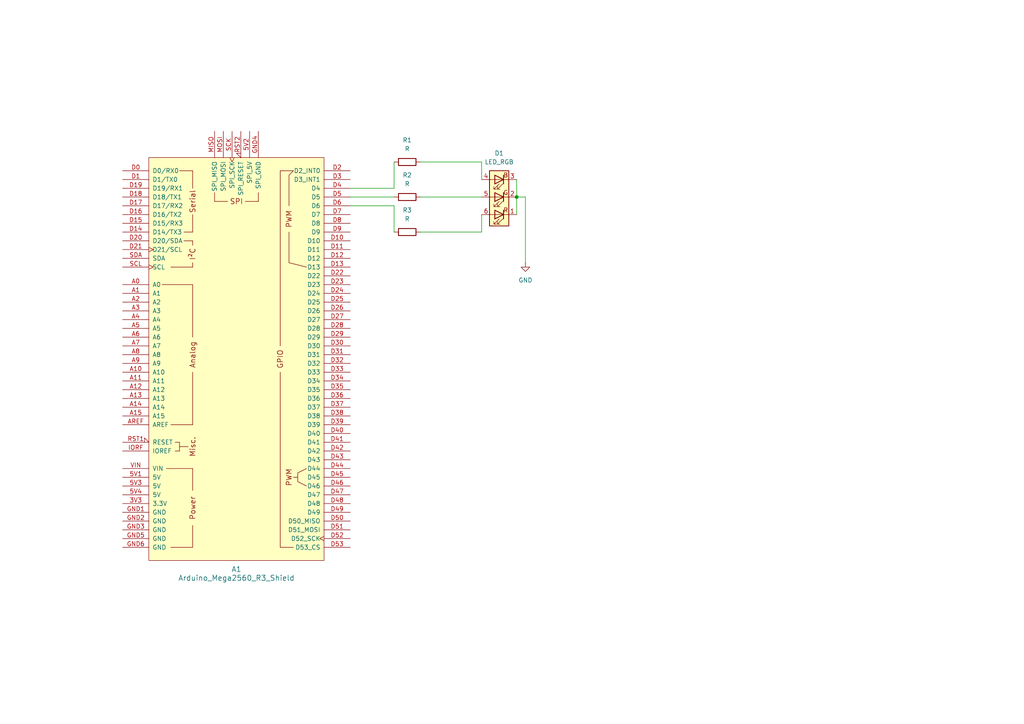
<source format=kicad_sch>
(kicad_sch (version 20250114) (generator "eeschema") (generator_version "9.0")
  (paper "A4")
  (lib_symbols
    (symbol "Device:LED_RGB" (pin_names (offset 0) (hide yes))
      (property "Reference" "D" (at 0 9.398 0))
      (property "Value" "LED_RGB" (at 0 -8.89 0))
      (symbol "LED_RGB_0_0"
        (text "R" (at -1.905 3.81 0) (effects (font (size 1.27 1.27))))
        (text "G" (at -1.905 -1.27 0) (effects (font (size 1.27 1.27))))
        (text "B" (at -1.905 -6.35 0) (effects (font (size 1.27 1.27))))
      )
      (symbol "LED_RGB_0_1"
        (polyline (pts (xy -1.27 6.35) (xy -1.27 3.81)) (stroke (width 0.254)))
        (polyline (pts (xy -1.27 6.35) (xy -1.27 3.81) (xy -1.27 3.81)))
        (polyline (pts (xy -1.27 5.08) (xy -2.54 5.08)))
        (polyline (pts (xy -1.27 5.08) (xy 1.27 5.08)))
        (polyline (pts (xy -1.27 1.27) (xy -1.27 -1.27)) (stroke (width 0.254)))
        (polyline (pts (xy -1.27 1.27) (xy -1.27 -1.27) (xy -1.27 -1.27)))
        (polyline (pts (xy -1.27 0) (xy -2.54 0)))
        (polyline (pts (xy -1.27 -3.81) (xy -1.27 -6.35)) (stroke (width 0.254)))
        (polyline (pts (xy -1.27 -5.08) (xy -2.54 -5.08)))
        (polyline (pts (xy -1.27 -5.08) (xy 1.27 -5.08)))
        (polyline (pts (xy -1.016 6.35) (xy 0.508 7.874) (xy -0.254 7.874) (xy 0.508 7.874) (xy 0.508 7.112)))
        (polyline (pts (xy -1.016 1.27) (xy 0.508 2.794) (xy -0.254 2.794) (xy 0.508 2.794) (xy 0.508 2.032)))
        (polyline (pts (xy -1.016 -3.81) (xy 0.508 -2.286) (xy -0.254 -2.286) (xy 0.508 -2.286) (xy 0.508 -3.048)))
        (polyline (pts (xy 0 6.35) (xy 1.524 7.874) (xy 0.762 7.874) (xy 1.524 7.874) (xy 1.524 7.112)))
        (polyline (pts (xy 0 1.27) (xy 1.524 2.794) (xy 0.762 2.794) (xy 1.524 2.794) (xy 1.524 2.032)))
        (polyline (pts (xy 0 -3.81) (xy 1.524 -2.286) (xy 0.762 -2.286) (xy 1.524 -2.286) (xy 1.524 -3.048)))
        (polyline (pts (xy 1.27 6.35) (xy 1.27 3.81) (xy -1.27 5.08) (xy 1.27 6.35)) (stroke (width 0.254)))
        (rectangle (start 1.27 6.35) (end 1.27 6.35))
        (polyline (pts (xy 1.27 5.08) (xy 2.54 5.08)))
        (rectangle (start 1.27 3.81) (end 1.27 6.35))
        (polyline (pts (xy 1.27 1.27) (xy 1.27 -1.27) (xy -1.27 0) (xy 1.27 1.27)) (stroke (width 0.254)))
        (rectangle (start 1.27 1.27) (end 1.27 1.27))
        (polyline (pts (xy 1.27 0) (xy -1.27 0)))
        (polyline (pts (xy 1.27 0) (xy 2.54 0)))
        (rectangle (start 1.27 -1.27) (end 1.27 1.27))
        (polyline (pts (xy 1.27 -3.81) (xy 1.27 -6.35) (xy -1.27 -5.08) (xy 1.27 -3.81)) (stroke (width 0.254)))
        (polyline (pts (xy 1.27 -5.08) (xy 2.54 -5.08)))
        (rectangle (start 2.794 8.382) (end -2.794 -7.62) (stroke (width 0.254)) (fill (type background)))
      )
      (symbol "LED_RGB_1_1"
        (pin passive line (at -5.08 5.08 0) (length 2.54) (name "RK") (number "1"))
        (pin passive line (at -5.08 0 0) (length 2.54) (name "GK") (number "2"))
        (pin passive line (at -5.08 -5.08 0) (length 2.54) (name "BK") (number "3"))
        (pin passive line (at 5.08 5.08 180) (length 2.54) (name "RA") (number "6"))
        (pin passive line (at 5.08 0 180) (length 2.54) (name "GA") (number "5"))
        (pin passive line (at 5.08 -5.08 180) (length 2.54) (name "BA") (number "4"))
      )
    )
    (symbol "Device:R" (pin_numbers (hide yes)) (pin_names (offset 0))
      (property "Reference" "R" (at 2.032 0 90))
      (property "Value" "R" (at 0 0 90))
      (symbol "R_0_1"
        (rectangle (start -1.016 -2.54) (end 1.016 2.54) (stroke (width 0.254)))
      )
      (symbol "R_1_1"
        (pin passive line (at 0 3.81 270) (length 1.27) (name "~") (number "1"))
        (pin passive line (at 0 -3.81 90) (length 1.27) (name "~") (number "2"))
      )
    )
    (symbol "PCM_arduino-library:Arduino_Mega2560_R3_Shield" (pin_names (offset 1.016))
      (property "Reference" "A" (at 0 -62.23 0))
      (property "Value" "Arduino_Mega2560_R3_Shield" (at 0 -66.04 0))
      (symbol "Arduino_Mega2560_R3_Shield_0_0"
        (rectangle (start -25.4 -58.42) (end 25.4 58.42) (fill (type background)))
        (polyline (pts (xy -21.59 21.59) (xy -12.7 21.59)))
        (rectangle (start -20.32 -31.75) (end -12.7 -31.75))
        (rectangle (start -19.05 26.67) (end -12.7 26.67))
        (rectangle (start -19.05 -19.05) (end -12.7 -19.05))
        (rectangle (start -19.05 -54.61) (end -12.7 -54.61))
        (rectangle (start -17.78 -24.13) (end -16.51 -24.13))
        (rectangle (start -17.78 -26.67) (end -16.51 -26.67))
        (rectangle (start -16.51 54.61) (end -12.7 54.61))
        (rectangle (start -16.51 -24.13) (end -16.51 -26.67))
        (rectangle (start -16.51 -25.4) (end -13.97 -25.4))
        (rectangle (start -15.24 36.83) (end -12.7 36.83))
        (rectangle (start -15.24 34.29) (end -12.7 34.29))
        (rectangle (start -12.7 49.53) (end -12.7 54.61))
        (rectangle (start -12.7 41.91) (end -12.7 36.83))
        (rectangle (start -12.7 34.29) (end -12.7 33.02))
        (rectangle (start -12.7 26.67) (end -12.7 27.94))
        (polyline (pts (xy -12.7 6.35) (xy -12.7 21.59)))
        (polyline (pts (xy -12.7 -19.05) (xy -12.7 -3.81)))
        (rectangle (start -12.7 -31.75) (end -12.7 -38.1))
        (rectangle (start -12.7 -54.61) (end -12.7 -48.26))
        (rectangle (start -6.35 48.26) (end -6.35 45.72))
        (rectangle (start -2.54 45.72) (end -6.35 45.72))
        (rectangle (start 6.35 48.26) (end 6.35 45.72))
        (rectangle (start 6.35 45.72) (end 2.54 45.72))
        (polyline (pts (xy 12.7 54.61) (xy 16.51 54.61)))
        (polyline (pts (xy 12.7 -54.61) (xy 16.51 -54.61)))
        (polyline (pts (xy 15.24 44.45) (xy 15.24 53.34) (xy 16.51 54.61)))
        (polyline (pts (xy 15.24 36.83) (xy 15.24 27.94) (xy 20.32 26.67)))
        (polyline (pts (xy 17.78 -34.29) (xy 16.51 -34.29)))
        (polyline (pts (xy 20.32 -31.75) (xy 17.78 -33.02) (xy 17.78 -35.56) (xy 20.32 -36.83)))
        (text "Serial" (at -12.7 45.72 900) (effects (font (size 1.524 1.524))))
        (text "I²C" (at -12.7 30.48 900) (effects (font (size 1.524 1.524))))
        (text "Analog" (at -12.7 1.27 900) (effects (font (size 1.524 1.524))))
        (text "Misc." (at -12.7 -25.4 900) (effects (font (size 1.524 1.524))))
        (text "Power" (at -12.7 -43.18 900) (effects (font (size 1.524 1.524))))
        (text "SPI" (at 0 45.72 0) (effects (font (size 1.524 1.524))))
        (text "PWM" (at 15.24 40.64 900) (effects (font (size 1.524 1.524))))
        (text "PWM" (at 15.24 -34.29 900) (effects (font (size 1.524 1.524))))
      )
      (symbol "Arduino_Mega2560_R3_Shield_1_0"
        (rectangle (start 12.7 54.61) (end 12.7 3.81))
        (rectangle (start 12.7 -54.61) (end 12.7 -3.81))
        (text "GPIO" (at 12.7 0 900) (effects (font (size 1.524 1.524))))
      )
      (symbol "Arduino_Mega2560_R3_Shield_1_1"
        (pin bidirectional line (at -33.02 54.61 0) (length 7.62) (name "D0/RX0") (number "D0"))
        (pin bidirectional line (at -33.02 52.07 0) (length 7.62) (name "D1/TX0") (number "D1"))
        (pin bidirectional line (at -33.02 49.53 0) (length 7.62) (name "D19/RX1") (number "D19"))
        (pin bidirectional line (at -33.02 46.99 0) (length 7.62) (name "D18/TX1") (number "D18"))
        (pin bidirectional line (at -33.02 44.45 0) (length 7.62) (name "D17/RX2") (number "D17"))
        (pin bidirectional line (at -33.02 41.91 0) (length 7.62) (name "D16/TX2") (number "D16"))
        (pin bidirectional line (at -33.02 39.37 0) (length 7.62) (name "D15/RX3") (number "D15"))
        (pin bidirectional line (at -33.02 36.83 0) (length 7.62) (name "D14/TX3") (number "D14"))
        (pin bidirectional line (at -33.02 34.29 0) (length 7.62) (name "D20/SDA") (number "D20"))
        (pin bidirectional clock (at -33.02 31.75 0) (length 7.62) (name "D21/SCL") (number "D21"))
        (pin bidirectional line (at -33.02 29.21 0) (length 7.62) (name "SDA") (number "SDA"))
        (pin bidirectional clock (at -33.02 26.67 0) (length 7.62) (name "SCL") (number "SCL"))
        (pin bidirectional line (at -33.02 21.59 0) (length 7.62) (name "A0") (number "A0"))
        (pin bidirectional line (at -33.02 19.05 0) (length 7.62) (name "A1") (number "A1"))
        (pin bidirectional line (at -33.02 16.51 0) (length 7.62) (name "A2") (number "A2"))
        (pin bidirectional line (at -33.02 13.97 0) (length 7.62) (name "A3") (number "A3"))
        (pin bidirectional line (at -33.02 11.43 0) (length 7.62) (name "A4") (number "A4"))
        (pin bidirectional line (at -33.02 8.89 0) (length 7.62) (name "A5") (number "A5"))
        (pin bidirectional line (at -33.02 6.35 0) (length 7.62) (name "A6") (number "A6"))
        (pin bidirectional line (at -33.02 3.81 0) (length 7.62) (name "A7") (number "A7"))
        (pin bidirectional line (at -33.02 1.27 0) (length 7.62) (name "A8") (number "A8"))
        (pin bidirectional line (at -33.02 -1.27 0) (length 7.62) (name "A9") (number "A9"))
        (pin bidirectional line (at -33.02 -3.81 0) (length 7.62) (name "A10") (number "A10"))
        (pin bidirectional line (at -33.02 -6.35 0) (length 7.62) (name "A11") (number "A11"))
        (pin bidirectional line (at -33.02 -8.89 0) (length 7.62) (name "A12") (number "A12"))
        (pin bidirectional line (at -33.02 -11.43 0) (length 7.62) (name "A13") (number "A13"))
        (pin bidirectional line (at -33.02 -13.97 0) (length 7.62) (name "A14") (number "A14"))
        (pin bidirectional line (at -33.02 -16.51 0) (length 7.62) (name "A15") (number "A15"))
        (pin input line (at -33.02 -19.05 0) (length 7.62) (name "AREF") (number "AREF"))
        (pin open_collector input_low (at -33.02 -24.13 0) (length 7.62) (name "RESET") (number "RST1"))
        (pin output line (at -33.02 -26.67 0) (length 7.62) (name "IOREF") (number "IORF"))
        (pin power_in line (at -33.02 -31.75 0) (length 7.62) (name "VIN") (number "VIN"))
        (pin power_in line (at -33.02 -34.29 0) (length 7.62) (name "5V") (number "5V1"))
        (pin power_in line (at -33.02 -36.83 0) (length 7.62) (name "5V") (number "5V3"))
        (pin power_in line (at -33.02 -39.37 0) (length 7.62) (name "5V") (number "5V4"))
        (pin power_out line (at -33.02 -41.91 0) (length 7.62) (name "3.3V") (number "3V3"))
        (pin power_in line (at -33.02 -44.45 0) (length 7.62) (name "GND") (number "GND1"))
        (pin power_in line (at -33.02 -46.99 0) (length 7.62) (name "GND") (number "GND2"))
        (pin power_in line (at -33.02 -49.53 0) (length 7.62) (name "GND") (number "GND3"))
        (pin power_in line (at -33.02 -52.07 0) (length 7.62) (name "GND") (number "GND5"))
        (pin power_in line (at -33.02 -54.61 0) (length 7.62) (name "GND") (number "GND6"))
        (pin input line (at -6.35 66.04 270) (length 7.62) (name "SPI_MISO") (number "MISO"))
        (pin output line (at -3.81 66.04 270) (length 7.62) (name "SPI_MOSI") (number "MOSI"))
        (pin output clock (at -1.27 66.04 270) (length 7.62) (name "SPI_SCK") (number "SCK"))
        (pin open_collector input_low (at 1.27 66.04 270) (length 7.62) (name "SPI_RESET") (number "RST2"))
        (pin power_in line (at 3.81 66.04 270) (length 7.62) (name "SPI_5V") (number "5V2"))
        (pin power_in line (at 6.35 66.04 270) (length 7.62) (name "SPI_GND") (number "GND4"))
        (pin bidirectional line (at 33.02 54.61 180) (length 7.62) (name "D2_INT0") (number "D2"))
        (pin bidirectional line (at 33.02 52.07 180) (length 7.62) (name "D3_INT1") (number "D3"))
        (pin bidirectional line (at 33.02 49.53 180) (length 7.62) (name "D4") (number "D4"))
        (pin bidirectional line (at 33.02 46.99 180) (length 7.62) (name "D5") (number "D5"))
        (pin bidirectional line (at 33.02 44.45 180) (length 7.62) (name "D6") (number "D6"))
        (pin bidirectional line (at 33.02 41.91 180) (length 7.62) (name "D7") (number "D7"))
        (pin bidirectional line (at 33.02 39.37 180) (length 7.62) (name "D8") (number "D8"))
        (pin bidirectional line (at 33.02 36.83 180) (length 7.62) (name "D9") (number "D9"))
        (pin bidirectional line (at 33.02 34.29 180) (length 7.62) (name "D10") (number "D10"))
        (pin bidirectional line (at 33.02 31.75 180) (length 7.62) (name "D11") (number "D11"))
        (pin bidirectional line (at 33.02 29.21 180) (length 7.62) (name "D12") (number "D12"))
        (pin bidirectional line (at 33.02 26.67 180) (length 7.62) (name "D13") (number "D13"))
        (pin bidirectional line (at 33.02 24.13 180) (length 7.62) (name "D22") (number "D22"))
        (pin bidirectional line (at 33.02 21.59 180) (length 7.62) (name "D23") (number "D23"))
        (pin bidirectional line (at 33.02 19.05 180) (length 7.62) (name "D24") (number "D24"))
        (pin bidirectional line (at 33.02 16.51 180) (length 7.62) (name "D25") (number "D25"))
        (pin bidirectional line (at 33.02 13.97 180) (length 7.62) (name "D26") (number "D26"))
        (pin bidirectional line (at 33.02 11.43 180) (length 7.62) (name "D27") (number "D27"))
        (pin bidirectional line (at 33.02 8.89 180) (length 7.62) (name "D28") (number "D28"))
        (pin bidirectional line (at 33.02 6.35 180) (length 7.62) (name "D29") (number "D29"))
        (pin bidirectional line (at 33.02 3.81 180) (length 7.62) (name "D30") (number "D30"))
        (pin bidirectional line (at 33.02 1.27 180) (length 7.62) (name "D31") (number "D31"))
        (pin bidirectional line (at 33.02 -1.27 180) (length 7.62) (name "D32") (number "D32"))
        (pin bidirectional line (at 33.02 -3.81 180) (length 7.62) (name "D33") (number "D33"))
        (pin bidirectional line (at 33.02 -6.35 180) (length 7.62) (name "D34") (number "D34"))
        (pin bidirectional line (at 33.02 -8.89 180) (length 7.62) (name "D35") (number "D35"))
        (pin bidirectional line (at 33.02 -11.43 180) (length 7.62) (name "D36") (number "D36"))
        (pin bidirectional line (at 33.02 -13.97 180) (length 7.62) (name "D37") (number "D37"))
        (pin bidirectional line (at 33.02 -16.51 180) (length 7.62) (name "D38") (number "D38"))
        (pin bidirectional line (at 33.02 -19.05 180) (length 7.62) (name "D39") (number "D39"))
        (pin bidirectional line (at 33.02 -21.59 180) (length 7.62) (name "D40") (number "D40"))
        (pin bidirectional line (at 33.02 -24.13 180) (length 7.62) (name "D41") (number "D41"))
        (pin bidirectional line (at 33.02 -26.67 180) (length 7.62) (name "D42") (number "D42"))
        (pin bidirectional line (at 33.02 -29.21 180) (length 7.62) (name "D43") (number "D43"))
        (pin bidirectional line (at 33.02 -31.75 180) (length 7.62) (name "D44") (number "D44"))
        (pin bidirectional line (at 33.02 -34.29 180) (length 7.62) (name "D45") (number "D45"))
        (pin bidirectional line (at 33.02 -36.83 180) (length 7.62) (name "D46") (number "D46"))
        (pin bidirectional line (at 33.02 -39.37 180) (length 7.62) (name "D47") (number "D47"))
        (pin bidirectional line (at 33.02 -41.91 180) (length 7.62) (name "D48") (number "D48"))
        (pin bidirectional line (at 33.02 -44.45 180) (length 7.62) (name "D49") (number "D49"))
        (pin bidirectional line (at 33.02 -46.99 180) (length 7.62) (name "D50_MISO") (number "D50"))
        (pin bidirectional line (at 33.02 -49.53 180) (length 7.62) (name "D51_MOSI") (number "D51"))
        (pin bidirectional clock (at 33.02 -52.07 180) (length 7.62) (name "D52_SCK") (number "D52"))
        (pin bidirectional line (at 33.02 -54.61 180) (length 7.62) (name "D53_CS") (number "D53"))
      )
    )
    (symbol "power:GND" (power) (pin_numbers (hide yes)) (pin_names (offset 0) (hide yes))
      (property "Value" "GND" (at 0 -3.81 0))
      (symbol "GND_0_1"
        (polyline (pts (xy 0 0) (xy 0 -1.27) (xy 1.27 -1.27) (xy 0 -2.54) (xy -1.27 -1.27) (xy 0 -1.27)))
      )
      (symbol "GND_1_1"
        (pin power_in line (at 0 0 270) (length 0) (name "~") (number "1"))
      )
    )
  )
  (junction (at 149.86 57.15))
  (wire (pts (xy 101.6 54.61) (xy 114.3 54.61)))
  (wire (pts (xy 149.86 52.07) (xy 149.86 57.15)))
  (wire (pts (xy 149.86 57.15) (xy 152.4 57.15)))
  (wire (pts (xy 121.92 46.99) (xy 139.7 46.99)))
  (wire (pts (xy 152.4 57.15) (xy 152.4 76.2)))
  (wire (pts (xy 121.92 67.31) (xy 139.7 67.31)))
  (wire (pts (xy 139.7 46.99) (xy 139.7 52.07)))
  (wire (pts (xy 114.3 54.61) (xy 114.3 46.99)))
  (wire (pts (xy 101.6 57.15) (xy 114.3 57.15)))
  (wire (pts (xy 121.92 57.15) (xy 139.7 57.15)))
  (wire (pts (xy 114.3 59.69) (xy 114.3 67.31)))
  (wire (pts (xy 149.86 57.15) (xy 149.86 62.23)))
  (wire (pts (xy 139.7 67.31) (xy 139.7 62.23)))
  (wire (pts (xy 101.6 59.69) (xy 114.3 59.69)))
  (symbol (lib_id "Device:R") (at 118.11 67.31 90) (unit 1)
    (property "Reference" "R3" (at 118.11 60.96 90))
    (property "Value" "R" (at 118.11 63.5 90))
    (property "Description" "Resistor" (effects (hide yes)))
  )
  (symbol (lib_id "Device:R") (at 118.11 46.99 90) (unit 1)
    (property "Reference" "R1" (at 118.11 40.64 90))
    (property "Value" "R" (at 118.11 43.18 90))
    (property "Description" "Resistor" (effects (hide yes)))
  )
  (symbol (lib_id "PCM_arduino-library:Arduino_Mega2560_R3_Shield") (at 68.58 104.14 0) (unit 1)
    (property "Reference" "A1" (at 68.58 165.1 0) (effects (font (size 1.524 1.524))))
    (property "Value" "Arduino_Mega2560_R3_Shield" (at 68.58 167.64 0) (effects (font (size 1.524 1.524))))
    (property "Footprint" "PCM_arduino-library:Arduino_Mega2560_R3_Shield" (effects (hide yes)))
    (property "Datasheet" "https://docs.arduino.cc/hardware/mega-2560" (effects (hide yes)))
    (property "Description" "Shield for Arduino Mega 2560 R3" (effects (hide yes)))
  )
  (symbol (lib_id "Device:LED_RGB") (at 144.78 57.15 180) (unit 1)
    (property "Reference" "D1" (at 144.78 44.45 0))
    (property "Value" "LED_RGB" (at 144.78 46.99 0))
    (property "Description" "RGB LED, 6 pin package" (effects (hide yes)))
  )
  (symbol (lib_id "power:GND") (at 152.4 76.2 0) (unit 1)
    (property "Reference" "#PWR01" (effects (hide yes)))
    (property "Value" "GND" (at 152.4 81.28 0))
    (property "Description" "Power symbol creates a global label with name \"GND\" , ground" (effects (hide yes)))
  )
  (symbol (lib_id "Device:R") (at 118.11 57.15 90) (unit 1)
    (property "Reference" "R2" (at 118.11 50.8 90))
    (property "Value" "R" (at 118.11 53.34 90))
    (property "Description" "Resistor" (effects (hide yes)))
  )
)
</source>
